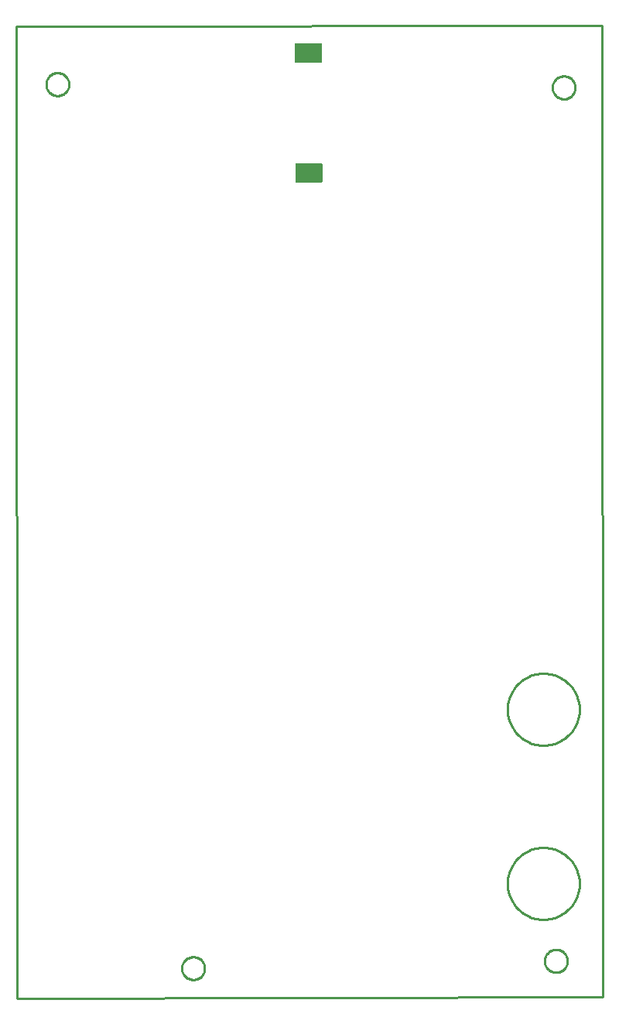
<source format=gbr>
G04 EAGLE Gerber X2 export*
%TF.Part,Single*%
%TF.FileFunction,Profile,NP*%
%TF.FilePolarity,Positive*%
%TF.GenerationSoftware,Autodesk,EAGLE,9.1.1*%
%TF.CreationDate,2018-07-18T19:57:23Z*%
G75*
%MOMM*%
%FSLAX34Y34*%
%LPD*%
%AMOC8*
5,1,8,0,0,1.08239X$1,22.5*%
G01*
%ADD10C,0.000000*%
%ADD11C,0.254000*%

G36*
X332520Y1023742D02*
X332520Y1023742D01*
X332539Y1023740D01*
X332641Y1023762D01*
X332743Y1023779D01*
X332760Y1023788D01*
X332780Y1023792D01*
X332869Y1023845D01*
X332960Y1023894D01*
X332974Y1023908D01*
X332991Y1023918D01*
X333058Y1023997D01*
X333130Y1024072D01*
X333138Y1024090D01*
X333151Y1024105D01*
X333190Y1024201D01*
X333233Y1024295D01*
X333235Y1024315D01*
X333243Y1024333D01*
X333261Y1024500D01*
X333261Y1044000D01*
X333258Y1044020D01*
X333260Y1044039D01*
X333238Y1044141D01*
X333222Y1044243D01*
X333212Y1044260D01*
X333208Y1044280D01*
X333155Y1044369D01*
X333106Y1044460D01*
X333092Y1044474D01*
X333082Y1044491D01*
X333003Y1044558D01*
X332928Y1044630D01*
X332910Y1044638D01*
X332895Y1044651D01*
X332799Y1044690D01*
X332705Y1044733D01*
X332685Y1044735D01*
X332667Y1044743D01*
X332500Y1044761D01*
X304500Y1044761D01*
X304480Y1044758D01*
X304461Y1044760D01*
X304359Y1044738D01*
X304257Y1044722D01*
X304240Y1044712D01*
X304220Y1044708D01*
X304131Y1044655D01*
X304040Y1044606D01*
X304026Y1044592D01*
X304009Y1044582D01*
X303942Y1044503D01*
X303871Y1044428D01*
X303862Y1044410D01*
X303849Y1044395D01*
X303810Y1044299D01*
X303767Y1044205D01*
X303765Y1044185D01*
X303757Y1044167D01*
X303739Y1044000D01*
X303739Y1025000D01*
X303754Y1024910D01*
X303761Y1024819D01*
X303773Y1024789D01*
X303779Y1024757D01*
X303821Y1024677D01*
X303857Y1024593D01*
X303883Y1024561D01*
X303894Y1024540D01*
X303917Y1024518D01*
X303962Y1024462D01*
X304462Y1023962D01*
X304536Y1023909D01*
X304605Y1023849D01*
X304635Y1023837D01*
X304661Y1023818D01*
X304748Y1023791D01*
X304833Y1023757D01*
X304874Y1023753D01*
X304897Y1023746D01*
X304929Y1023747D01*
X305000Y1023739D01*
X332500Y1023739D01*
X332520Y1023742D01*
G37*
G36*
X333020Y892742D02*
X333020Y892742D01*
X333039Y892740D01*
X333141Y892762D01*
X333243Y892779D01*
X333260Y892788D01*
X333280Y892792D01*
X333369Y892845D01*
X333460Y892894D01*
X333474Y892908D01*
X333491Y892918D01*
X333558Y892997D01*
X333630Y893072D01*
X333638Y893090D01*
X333651Y893105D01*
X333690Y893201D01*
X333733Y893295D01*
X333735Y893315D01*
X333743Y893333D01*
X333761Y893500D01*
X333761Y912500D01*
X333747Y912590D01*
X333739Y912681D01*
X333727Y912711D01*
X333722Y912743D01*
X333679Y912823D01*
X333643Y912907D01*
X333617Y912939D01*
X333606Y912960D01*
X333583Y912982D01*
X333538Y913038D01*
X333038Y913538D01*
X332964Y913591D01*
X332895Y913651D01*
X332865Y913663D01*
X332839Y913682D01*
X332752Y913709D01*
X332667Y913743D01*
X332626Y913747D01*
X332603Y913754D01*
X332571Y913753D01*
X332500Y913761D01*
X305000Y913761D01*
X304980Y913758D01*
X304961Y913760D01*
X304859Y913738D01*
X304757Y913722D01*
X304740Y913712D01*
X304720Y913708D01*
X304631Y913655D01*
X304540Y913606D01*
X304526Y913592D01*
X304509Y913582D01*
X304442Y913503D01*
X304371Y913428D01*
X304362Y913410D01*
X304349Y913395D01*
X304310Y913299D01*
X304267Y913205D01*
X304265Y913185D01*
X304257Y913167D01*
X304239Y913000D01*
X304239Y893500D01*
X304242Y893480D01*
X304240Y893461D01*
X304262Y893359D01*
X304279Y893257D01*
X304288Y893240D01*
X304292Y893220D01*
X304345Y893131D01*
X304394Y893040D01*
X304408Y893026D01*
X304418Y893009D01*
X304497Y892942D01*
X304572Y892871D01*
X304590Y892862D01*
X304605Y892849D01*
X304701Y892810D01*
X304795Y892767D01*
X304815Y892765D01*
X304833Y892757D01*
X305000Y892739D01*
X333000Y892739D01*
X333020Y892742D01*
G37*
D10*
X0Y0D02*
X641000Y1500D01*
X639500Y1064500D01*
X-1500Y1063000D01*
X0Y0D01*
X31500Y1000000D02*
X31504Y1000307D01*
X31515Y1000613D01*
X31534Y1000920D01*
X31560Y1001225D01*
X31594Y1001530D01*
X31635Y1001834D01*
X31684Y1002137D01*
X31740Y1002439D01*
X31804Y1002739D01*
X31875Y1003037D01*
X31953Y1003334D01*
X32038Y1003629D01*
X32131Y1003921D01*
X32231Y1004211D01*
X32338Y1004499D01*
X32452Y1004784D01*
X32572Y1005066D01*
X32700Y1005344D01*
X32835Y1005620D01*
X32976Y1005892D01*
X33124Y1006161D01*
X33278Y1006426D01*
X33439Y1006687D01*
X33607Y1006945D01*
X33780Y1007198D01*
X33960Y1007446D01*
X34146Y1007690D01*
X34337Y1007930D01*
X34535Y1008165D01*
X34738Y1008394D01*
X34947Y1008619D01*
X35161Y1008839D01*
X35381Y1009053D01*
X35606Y1009262D01*
X35835Y1009465D01*
X36070Y1009663D01*
X36310Y1009854D01*
X36554Y1010040D01*
X36802Y1010220D01*
X37055Y1010393D01*
X37313Y1010561D01*
X37574Y1010722D01*
X37839Y1010876D01*
X38108Y1011024D01*
X38380Y1011165D01*
X38656Y1011300D01*
X38934Y1011428D01*
X39216Y1011548D01*
X39501Y1011662D01*
X39789Y1011769D01*
X40079Y1011869D01*
X40371Y1011962D01*
X40666Y1012047D01*
X40963Y1012125D01*
X41261Y1012196D01*
X41561Y1012260D01*
X41863Y1012316D01*
X42166Y1012365D01*
X42470Y1012406D01*
X42775Y1012440D01*
X43080Y1012466D01*
X43387Y1012485D01*
X43693Y1012496D01*
X44000Y1012500D01*
X44307Y1012496D01*
X44613Y1012485D01*
X44920Y1012466D01*
X45225Y1012440D01*
X45530Y1012406D01*
X45834Y1012365D01*
X46137Y1012316D01*
X46439Y1012260D01*
X46739Y1012196D01*
X47037Y1012125D01*
X47334Y1012047D01*
X47629Y1011962D01*
X47921Y1011869D01*
X48211Y1011769D01*
X48499Y1011662D01*
X48784Y1011548D01*
X49066Y1011428D01*
X49344Y1011300D01*
X49620Y1011165D01*
X49892Y1011024D01*
X50161Y1010876D01*
X50426Y1010722D01*
X50687Y1010561D01*
X50945Y1010393D01*
X51198Y1010220D01*
X51446Y1010040D01*
X51690Y1009854D01*
X51930Y1009663D01*
X52165Y1009465D01*
X52394Y1009262D01*
X52619Y1009053D01*
X52839Y1008839D01*
X53053Y1008619D01*
X53262Y1008394D01*
X53465Y1008165D01*
X53663Y1007930D01*
X53854Y1007690D01*
X54040Y1007446D01*
X54220Y1007198D01*
X54393Y1006945D01*
X54561Y1006687D01*
X54722Y1006426D01*
X54876Y1006161D01*
X55024Y1005892D01*
X55165Y1005620D01*
X55300Y1005344D01*
X55428Y1005066D01*
X55548Y1004784D01*
X55662Y1004499D01*
X55769Y1004211D01*
X55869Y1003921D01*
X55962Y1003629D01*
X56047Y1003334D01*
X56125Y1003037D01*
X56196Y1002739D01*
X56260Y1002439D01*
X56316Y1002137D01*
X56365Y1001834D01*
X56406Y1001530D01*
X56440Y1001225D01*
X56466Y1000920D01*
X56485Y1000613D01*
X56496Y1000307D01*
X56500Y1000000D01*
X56496Y999693D01*
X56485Y999387D01*
X56466Y999080D01*
X56440Y998775D01*
X56406Y998470D01*
X56365Y998166D01*
X56316Y997863D01*
X56260Y997561D01*
X56196Y997261D01*
X56125Y996963D01*
X56047Y996666D01*
X55962Y996371D01*
X55869Y996079D01*
X55769Y995789D01*
X55662Y995501D01*
X55548Y995216D01*
X55428Y994934D01*
X55300Y994656D01*
X55165Y994380D01*
X55024Y994108D01*
X54876Y993839D01*
X54722Y993574D01*
X54561Y993313D01*
X54393Y993055D01*
X54220Y992802D01*
X54040Y992554D01*
X53854Y992310D01*
X53663Y992070D01*
X53465Y991835D01*
X53262Y991606D01*
X53053Y991381D01*
X52839Y991161D01*
X52619Y990947D01*
X52394Y990738D01*
X52165Y990535D01*
X51930Y990337D01*
X51690Y990146D01*
X51446Y989960D01*
X51198Y989780D01*
X50945Y989607D01*
X50687Y989439D01*
X50426Y989278D01*
X50161Y989124D01*
X49892Y988976D01*
X49620Y988835D01*
X49344Y988700D01*
X49066Y988572D01*
X48784Y988452D01*
X48499Y988338D01*
X48211Y988231D01*
X47921Y988131D01*
X47629Y988038D01*
X47334Y987953D01*
X47037Y987875D01*
X46739Y987804D01*
X46439Y987740D01*
X46137Y987684D01*
X45834Y987635D01*
X45530Y987594D01*
X45225Y987560D01*
X44920Y987534D01*
X44613Y987515D01*
X44307Y987504D01*
X44000Y987500D01*
X43693Y987504D01*
X43387Y987515D01*
X43080Y987534D01*
X42775Y987560D01*
X42470Y987594D01*
X42166Y987635D01*
X41863Y987684D01*
X41561Y987740D01*
X41261Y987804D01*
X40963Y987875D01*
X40666Y987953D01*
X40371Y988038D01*
X40079Y988131D01*
X39789Y988231D01*
X39501Y988338D01*
X39216Y988452D01*
X38934Y988572D01*
X38656Y988700D01*
X38380Y988835D01*
X38108Y988976D01*
X37839Y989124D01*
X37574Y989278D01*
X37313Y989439D01*
X37055Y989607D01*
X36802Y989780D01*
X36554Y989960D01*
X36310Y990146D01*
X36070Y990337D01*
X35835Y990535D01*
X35606Y990738D01*
X35381Y990947D01*
X35161Y991161D01*
X34947Y991381D01*
X34738Y991606D01*
X34535Y991835D01*
X34337Y992070D01*
X34146Y992310D01*
X33960Y992554D01*
X33780Y992802D01*
X33607Y993055D01*
X33439Y993313D01*
X33278Y993574D01*
X33124Y993839D01*
X32976Y994108D01*
X32835Y994380D01*
X32700Y994656D01*
X32572Y994934D01*
X32452Y995216D01*
X32338Y995501D01*
X32231Y995789D01*
X32131Y996079D01*
X32038Y996371D01*
X31953Y996666D01*
X31875Y996963D01*
X31804Y997261D01*
X31740Y997561D01*
X31684Y997863D01*
X31635Y998166D01*
X31594Y998470D01*
X31560Y998775D01*
X31534Y999080D01*
X31515Y999387D01*
X31504Y999693D01*
X31500Y1000000D01*
X585500Y996500D02*
X585504Y996807D01*
X585515Y997113D01*
X585534Y997420D01*
X585560Y997725D01*
X585594Y998030D01*
X585635Y998334D01*
X585684Y998637D01*
X585740Y998939D01*
X585804Y999239D01*
X585875Y999537D01*
X585953Y999834D01*
X586038Y1000129D01*
X586131Y1000421D01*
X586231Y1000711D01*
X586338Y1000999D01*
X586452Y1001284D01*
X586572Y1001566D01*
X586700Y1001844D01*
X586835Y1002120D01*
X586976Y1002392D01*
X587124Y1002661D01*
X587278Y1002926D01*
X587439Y1003187D01*
X587607Y1003445D01*
X587780Y1003698D01*
X587960Y1003946D01*
X588146Y1004190D01*
X588337Y1004430D01*
X588535Y1004665D01*
X588738Y1004894D01*
X588947Y1005119D01*
X589161Y1005339D01*
X589381Y1005553D01*
X589606Y1005762D01*
X589835Y1005965D01*
X590070Y1006163D01*
X590310Y1006354D01*
X590554Y1006540D01*
X590802Y1006720D01*
X591055Y1006893D01*
X591313Y1007061D01*
X591574Y1007222D01*
X591839Y1007376D01*
X592108Y1007524D01*
X592380Y1007665D01*
X592656Y1007800D01*
X592934Y1007928D01*
X593216Y1008048D01*
X593501Y1008162D01*
X593789Y1008269D01*
X594079Y1008369D01*
X594371Y1008462D01*
X594666Y1008547D01*
X594963Y1008625D01*
X595261Y1008696D01*
X595561Y1008760D01*
X595863Y1008816D01*
X596166Y1008865D01*
X596470Y1008906D01*
X596775Y1008940D01*
X597080Y1008966D01*
X597387Y1008985D01*
X597693Y1008996D01*
X598000Y1009000D01*
X598307Y1008996D01*
X598613Y1008985D01*
X598920Y1008966D01*
X599225Y1008940D01*
X599530Y1008906D01*
X599834Y1008865D01*
X600137Y1008816D01*
X600439Y1008760D01*
X600739Y1008696D01*
X601037Y1008625D01*
X601334Y1008547D01*
X601629Y1008462D01*
X601921Y1008369D01*
X602211Y1008269D01*
X602499Y1008162D01*
X602784Y1008048D01*
X603066Y1007928D01*
X603344Y1007800D01*
X603620Y1007665D01*
X603892Y1007524D01*
X604161Y1007376D01*
X604426Y1007222D01*
X604687Y1007061D01*
X604945Y1006893D01*
X605198Y1006720D01*
X605446Y1006540D01*
X605690Y1006354D01*
X605930Y1006163D01*
X606165Y1005965D01*
X606394Y1005762D01*
X606619Y1005553D01*
X606839Y1005339D01*
X607053Y1005119D01*
X607262Y1004894D01*
X607465Y1004665D01*
X607663Y1004430D01*
X607854Y1004190D01*
X608040Y1003946D01*
X608220Y1003698D01*
X608393Y1003445D01*
X608561Y1003187D01*
X608722Y1002926D01*
X608876Y1002661D01*
X609024Y1002392D01*
X609165Y1002120D01*
X609300Y1001844D01*
X609428Y1001566D01*
X609548Y1001284D01*
X609662Y1000999D01*
X609769Y1000711D01*
X609869Y1000421D01*
X609962Y1000129D01*
X610047Y999834D01*
X610125Y999537D01*
X610196Y999239D01*
X610260Y998939D01*
X610316Y998637D01*
X610365Y998334D01*
X610406Y998030D01*
X610440Y997725D01*
X610466Y997420D01*
X610485Y997113D01*
X610496Y996807D01*
X610500Y996500D01*
X610496Y996193D01*
X610485Y995887D01*
X610466Y995580D01*
X610440Y995275D01*
X610406Y994970D01*
X610365Y994666D01*
X610316Y994363D01*
X610260Y994061D01*
X610196Y993761D01*
X610125Y993463D01*
X610047Y993166D01*
X609962Y992871D01*
X609869Y992579D01*
X609769Y992289D01*
X609662Y992001D01*
X609548Y991716D01*
X609428Y991434D01*
X609300Y991156D01*
X609165Y990880D01*
X609024Y990608D01*
X608876Y990339D01*
X608722Y990074D01*
X608561Y989813D01*
X608393Y989555D01*
X608220Y989302D01*
X608040Y989054D01*
X607854Y988810D01*
X607663Y988570D01*
X607465Y988335D01*
X607262Y988106D01*
X607053Y987881D01*
X606839Y987661D01*
X606619Y987447D01*
X606394Y987238D01*
X606165Y987035D01*
X605930Y986837D01*
X605690Y986646D01*
X605446Y986460D01*
X605198Y986280D01*
X604945Y986107D01*
X604687Y985939D01*
X604426Y985778D01*
X604161Y985624D01*
X603892Y985476D01*
X603620Y985335D01*
X603344Y985200D01*
X603066Y985072D01*
X602784Y984952D01*
X602499Y984838D01*
X602211Y984731D01*
X601921Y984631D01*
X601629Y984538D01*
X601334Y984453D01*
X601037Y984375D01*
X600739Y984304D01*
X600439Y984240D01*
X600137Y984184D01*
X599834Y984135D01*
X599530Y984094D01*
X599225Y984060D01*
X598920Y984034D01*
X598613Y984015D01*
X598307Y984004D01*
X598000Y984000D01*
X597693Y984004D01*
X597387Y984015D01*
X597080Y984034D01*
X596775Y984060D01*
X596470Y984094D01*
X596166Y984135D01*
X595863Y984184D01*
X595561Y984240D01*
X595261Y984304D01*
X594963Y984375D01*
X594666Y984453D01*
X594371Y984538D01*
X594079Y984631D01*
X593789Y984731D01*
X593501Y984838D01*
X593216Y984952D01*
X592934Y985072D01*
X592656Y985200D01*
X592380Y985335D01*
X592108Y985476D01*
X591839Y985624D01*
X591574Y985778D01*
X591313Y985939D01*
X591055Y986107D01*
X590802Y986280D01*
X590554Y986460D01*
X590310Y986646D01*
X590070Y986837D01*
X589835Y987035D01*
X589606Y987238D01*
X589381Y987447D01*
X589161Y987661D01*
X588947Y987881D01*
X588738Y988106D01*
X588535Y988335D01*
X588337Y988570D01*
X588146Y988810D01*
X587960Y989054D01*
X587780Y989302D01*
X587607Y989555D01*
X587439Y989813D01*
X587278Y990074D01*
X587124Y990339D01*
X586976Y990608D01*
X586835Y990880D01*
X586700Y991156D01*
X586572Y991434D01*
X586452Y991716D01*
X586338Y992001D01*
X586231Y992289D01*
X586131Y992579D01*
X586038Y992871D01*
X585953Y993166D01*
X585875Y993463D01*
X585804Y993761D01*
X585740Y994061D01*
X585684Y994363D01*
X585635Y994666D01*
X585594Y994970D01*
X585560Y995275D01*
X585534Y995580D01*
X585515Y995887D01*
X585504Y996193D01*
X585500Y996500D01*
X577000Y41000D02*
X577004Y41307D01*
X577015Y41613D01*
X577034Y41920D01*
X577060Y42225D01*
X577094Y42530D01*
X577135Y42834D01*
X577184Y43137D01*
X577240Y43439D01*
X577304Y43739D01*
X577375Y44037D01*
X577453Y44334D01*
X577538Y44629D01*
X577631Y44921D01*
X577731Y45211D01*
X577838Y45499D01*
X577952Y45784D01*
X578072Y46066D01*
X578200Y46344D01*
X578335Y46620D01*
X578476Y46892D01*
X578624Y47161D01*
X578778Y47426D01*
X578939Y47687D01*
X579107Y47945D01*
X579280Y48198D01*
X579460Y48446D01*
X579646Y48690D01*
X579837Y48930D01*
X580035Y49165D01*
X580238Y49394D01*
X580447Y49619D01*
X580661Y49839D01*
X580881Y50053D01*
X581106Y50262D01*
X581335Y50465D01*
X581570Y50663D01*
X581810Y50854D01*
X582054Y51040D01*
X582302Y51220D01*
X582555Y51393D01*
X582813Y51561D01*
X583074Y51722D01*
X583339Y51876D01*
X583608Y52024D01*
X583880Y52165D01*
X584156Y52300D01*
X584434Y52428D01*
X584716Y52548D01*
X585001Y52662D01*
X585289Y52769D01*
X585579Y52869D01*
X585871Y52962D01*
X586166Y53047D01*
X586463Y53125D01*
X586761Y53196D01*
X587061Y53260D01*
X587363Y53316D01*
X587666Y53365D01*
X587970Y53406D01*
X588275Y53440D01*
X588580Y53466D01*
X588887Y53485D01*
X589193Y53496D01*
X589500Y53500D01*
X589807Y53496D01*
X590113Y53485D01*
X590420Y53466D01*
X590725Y53440D01*
X591030Y53406D01*
X591334Y53365D01*
X591637Y53316D01*
X591939Y53260D01*
X592239Y53196D01*
X592537Y53125D01*
X592834Y53047D01*
X593129Y52962D01*
X593421Y52869D01*
X593711Y52769D01*
X593999Y52662D01*
X594284Y52548D01*
X594566Y52428D01*
X594844Y52300D01*
X595120Y52165D01*
X595392Y52024D01*
X595661Y51876D01*
X595926Y51722D01*
X596187Y51561D01*
X596445Y51393D01*
X596698Y51220D01*
X596946Y51040D01*
X597190Y50854D01*
X597430Y50663D01*
X597665Y50465D01*
X597894Y50262D01*
X598119Y50053D01*
X598339Y49839D01*
X598553Y49619D01*
X598762Y49394D01*
X598965Y49165D01*
X599163Y48930D01*
X599354Y48690D01*
X599540Y48446D01*
X599720Y48198D01*
X599893Y47945D01*
X600061Y47687D01*
X600222Y47426D01*
X600376Y47161D01*
X600524Y46892D01*
X600665Y46620D01*
X600800Y46344D01*
X600928Y46066D01*
X601048Y45784D01*
X601162Y45499D01*
X601269Y45211D01*
X601369Y44921D01*
X601462Y44629D01*
X601547Y44334D01*
X601625Y44037D01*
X601696Y43739D01*
X601760Y43439D01*
X601816Y43137D01*
X601865Y42834D01*
X601906Y42530D01*
X601940Y42225D01*
X601966Y41920D01*
X601985Y41613D01*
X601996Y41307D01*
X602000Y41000D01*
X601996Y40693D01*
X601985Y40387D01*
X601966Y40080D01*
X601940Y39775D01*
X601906Y39470D01*
X601865Y39166D01*
X601816Y38863D01*
X601760Y38561D01*
X601696Y38261D01*
X601625Y37963D01*
X601547Y37666D01*
X601462Y37371D01*
X601369Y37079D01*
X601269Y36789D01*
X601162Y36501D01*
X601048Y36216D01*
X600928Y35934D01*
X600800Y35656D01*
X600665Y35380D01*
X600524Y35108D01*
X600376Y34839D01*
X600222Y34574D01*
X600061Y34313D01*
X599893Y34055D01*
X599720Y33802D01*
X599540Y33554D01*
X599354Y33310D01*
X599163Y33070D01*
X598965Y32835D01*
X598762Y32606D01*
X598553Y32381D01*
X598339Y32161D01*
X598119Y31947D01*
X597894Y31738D01*
X597665Y31535D01*
X597430Y31337D01*
X597190Y31146D01*
X596946Y30960D01*
X596698Y30780D01*
X596445Y30607D01*
X596187Y30439D01*
X595926Y30278D01*
X595661Y30124D01*
X595392Y29976D01*
X595120Y29835D01*
X594844Y29700D01*
X594566Y29572D01*
X594284Y29452D01*
X593999Y29338D01*
X593711Y29231D01*
X593421Y29131D01*
X593129Y29038D01*
X592834Y28953D01*
X592537Y28875D01*
X592239Y28804D01*
X591939Y28740D01*
X591637Y28684D01*
X591334Y28635D01*
X591030Y28594D01*
X590725Y28560D01*
X590420Y28534D01*
X590113Y28515D01*
X589807Y28504D01*
X589500Y28500D01*
X589193Y28504D01*
X588887Y28515D01*
X588580Y28534D01*
X588275Y28560D01*
X587970Y28594D01*
X587666Y28635D01*
X587363Y28684D01*
X587061Y28740D01*
X586761Y28804D01*
X586463Y28875D01*
X586166Y28953D01*
X585871Y29038D01*
X585579Y29131D01*
X585289Y29231D01*
X585001Y29338D01*
X584716Y29452D01*
X584434Y29572D01*
X584156Y29700D01*
X583880Y29835D01*
X583608Y29976D01*
X583339Y30124D01*
X583074Y30278D01*
X582813Y30439D01*
X582555Y30607D01*
X582302Y30780D01*
X582054Y30960D01*
X581810Y31146D01*
X581570Y31337D01*
X581335Y31535D01*
X581106Y31738D01*
X580881Y31947D01*
X580661Y32161D01*
X580447Y32381D01*
X580238Y32606D01*
X580035Y32835D01*
X579837Y33070D01*
X579646Y33310D01*
X579460Y33554D01*
X579280Y33802D01*
X579107Y34055D01*
X578939Y34313D01*
X578778Y34574D01*
X578624Y34839D01*
X578476Y35108D01*
X578335Y35380D01*
X578200Y35656D01*
X578072Y35934D01*
X577952Y36216D01*
X577838Y36501D01*
X577731Y36789D01*
X577631Y37079D01*
X577538Y37371D01*
X577453Y37666D01*
X577375Y37963D01*
X577304Y38261D01*
X577240Y38561D01*
X577184Y38863D01*
X577135Y39166D01*
X577094Y39470D01*
X577060Y39775D01*
X577034Y40080D01*
X577015Y40387D01*
X577004Y40693D01*
X577000Y41000D01*
X180000Y33000D02*
X180004Y33307D01*
X180015Y33613D01*
X180034Y33920D01*
X180060Y34225D01*
X180094Y34530D01*
X180135Y34834D01*
X180184Y35137D01*
X180240Y35439D01*
X180304Y35739D01*
X180375Y36037D01*
X180453Y36334D01*
X180538Y36629D01*
X180631Y36921D01*
X180731Y37211D01*
X180838Y37499D01*
X180952Y37784D01*
X181072Y38066D01*
X181200Y38344D01*
X181335Y38620D01*
X181476Y38892D01*
X181624Y39161D01*
X181778Y39426D01*
X181939Y39687D01*
X182107Y39945D01*
X182280Y40198D01*
X182460Y40446D01*
X182646Y40690D01*
X182837Y40930D01*
X183035Y41165D01*
X183238Y41394D01*
X183447Y41619D01*
X183661Y41839D01*
X183881Y42053D01*
X184106Y42262D01*
X184335Y42465D01*
X184570Y42663D01*
X184810Y42854D01*
X185054Y43040D01*
X185302Y43220D01*
X185555Y43393D01*
X185813Y43561D01*
X186074Y43722D01*
X186339Y43876D01*
X186608Y44024D01*
X186880Y44165D01*
X187156Y44300D01*
X187434Y44428D01*
X187716Y44548D01*
X188001Y44662D01*
X188289Y44769D01*
X188579Y44869D01*
X188871Y44962D01*
X189166Y45047D01*
X189463Y45125D01*
X189761Y45196D01*
X190061Y45260D01*
X190363Y45316D01*
X190666Y45365D01*
X190970Y45406D01*
X191275Y45440D01*
X191580Y45466D01*
X191887Y45485D01*
X192193Y45496D01*
X192500Y45500D01*
X192807Y45496D01*
X193113Y45485D01*
X193420Y45466D01*
X193725Y45440D01*
X194030Y45406D01*
X194334Y45365D01*
X194637Y45316D01*
X194939Y45260D01*
X195239Y45196D01*
X195537Y45125D01*
X195834Y45047D01*
X196129Y44962D01*
X196421Y44869D01*
X196711Y44769D01*
X196999Y44662D01*
X197284Y44548D01*
X197566Y44428D01*
X197844Y44300D01*
X198120Y44165D01*
X198392Y44024D01*
X198661Y43876D01*
X198926Y43722D01*
X199187Y43561D01*
X199445Y43393D01*
X199698Y43220D01*
X199946Y43040D01*
X200190Y42854D01*
X200430Y42663D01*
X200665Y42465D01*
X200894Y42262D01*
X201119Y42053D01*
X201339Y41839D01*
X201553Y41619D01*
X201762Y41394D01*
X201965Y41165D01*
X202163Y40930D01*
X202354Y40690D01*
X202540Y40446D01*
X202720Y40198D01*
X202893Y39945D01*
X203061Y39687D01*
X203222Y39426D01*
X203376Y39161D01*
X203524Y38892D01*
X203665Y38620D01*
X203800Y38344D01*
X203928Y38066D01*
X204048Y37784D01*
X204162Y37499D01*
X204269Y37211D01*
X204369Y36921D01*
X204462Y36629D01*
X204547Y36334D01*
X204625Y36037D01*
X204696Y35739D01*
X204760Y35439D01*
X204816Y35137D01*
X204865Y34834D01*
X204906Y34530D01*
X204940Y34225D01*
X204966Y33920D01*
X204985Y33613D01*
X204996Y33307D01*
X205000Y33000D01*
X204996Y32693D01*
X204985Y32387D01*
X204966Y32080D01*
X204940Y31775D01*
X204906Y31470D01*
X204865Y31166D01*
X204816Y30863D01*
X204760Y30561D01*
X204696Y30261D01*
X204625Y29963D01*
X204547Y29666D01*
X204462Y29371D01*
X204369Y29079D01*
X204269Y28789D01*
X204162Y28501D01*
X204048Y28216D01*
X203928Y27934D01*
X203800Y27656D01*
X203665Y27380D01*
X203524Y27108D01*
X203376Y26839D01*
X203222Y26574D01*
X203061Y26313D01*
X202893Y26055D01*
X202720Y25802D01*
X202540Y25554D01*
X202354Y25310D01*
X202163Y25070D01*
X201965Y24835D01*
X201762Y24606D01*
X201553Y24381D01*
X201339Y24161D01*
X201119Y23947D01*
X200894Y23738D01*
X200665Y23535D01*
X200430Y23337D01*
X200190Y23146D01*
X199946Y22960D01*
X199698Y22780D01*
X199445Y22607D01*
X199187Y22439D01*
X198926Y22278D01*
X198661Y22124D01*
X198392Y21976D01*
X198120Y21835D01*
X197844Y21700D01*
X197566Y21572D01*
X197284Y21452D01*
X196999Y21338D01*
X196711Y21231D01*
X196421Y21131D01*
X196129Y21038D01*
X195834Y20953D01*
X195537Y20875D01*
X195239Y20804D01*
X194939Y20740D01*
X194637Y20684D01*
X194334Y20635D01*
X194030Y20594D01*
X193725Y20560D01*
X193420Y20534D01*
X193113Y20515D01*
X192807Y20504D01*
X192500Y20500D01*
X192193Y20504D01*
X191887Y20515D01*
X191580Y20534D01*
X191275Y20560D01*
X190970Y20594D01*
X190666Y20635D01*
X190363Y20684D01*
X190061Y20740D01*
X189761Y20804D01*
X189463Y20875D01*
X189166Y20953D01*
X188871Y21038D01*
X188579Y21131D01*
X188289Y21231D01*
X188001Y21338D01*
X187716Y21452D01*
X187434Y21572D01*
X187156Y21700D01*
X186880Y21835D01*
X186608Y21976D01*
X186339Y22124D01*
X186074Y22278D01*
X185813Y22439D01*
X185555Y22607D01*
X185302Y22780D01*
X185054Y22960D01*
X184810Y23146D01*
X184570Y23337D01*
X184335Y23535D01*
X184106Y23738D01*
X183881Y23947D01*
X183661Y24161D01*
X183447Y24381D01*
X183238Y24606D01*
X183035Y24835D01*
X182837Y25070D01*
X182646Y25310D01*
X182460Y25554D01*
X182280Y25802D01*
X182107Y26055D01*
X181939Y26313D01*
X181778Y26574D01*
X181624Y26839D01*
X181476Y27108D01*
X181335Y27380D01*
X181200Y27656D01*
X181072Y27934D01*
X180952Y28216D01*
X180838Y28501D01*
X180731Y28789D01*
X180631Y29079D01*
X180538Y29371D01*
X180453Y29666D01*
X180375Y29963D01*
X180304Y30261D01*
X180240Y30561D01*
X180184Y30863D01*
X180135Y31166D01*
X180094Y31470D01*
X180060Y31775D01*
X180034Y32080D01*
X180015Y32387D01*
X180004Y32693D01*
X180000Y33000D01*
X536330Y316200D02*
X536342Y317166D01*
X536377Y318132D01*
X536437Y319096D01*
X536520Y320059D01*
X536626Y321019D01*
X536756Y321977D01*
X536910Y322931D01*
X537086Y323881D01*
X537287Y324826D01*
X537510Y325766D01*
X537756Y326700D01*
X538025Y327629D01*
X538317Y328550D01*
X538631Y329463D01*
X538968Y330369D01*
X539327Y331266D01*
X539708Y332154D01*
X540110Y333033D01*
X540534Y333901D01*
X540979Y334759D01*
X541445Y335605D01*
X541931Y336440D01*
X542438Y337263D01*
X542965Y338073D01*
X543512Y338870D01*
X544078Y339653D01*
X544663Y340422D01*
X545267Y341176D01*
X545889Y341915D01*
X546529Y342639D01*
X547186Y343347D01*
X547861Y344039D01*
X548553Y344714D01*
X549261Y345371D01*
X549985Y346011D01*
X550724Y346633D01*
X551478Y347237D01*
X552247Y347822D01*
X553030Y348388D01*
X553827Y348935D01*
X554637Y349462D01*
X555460Y349969D01*
X556295Y350455D01*
X557141Y350921D01*
X557999Y351366D01*
X558867Y351790D01*
X559746Y352192D01*
X560634Y352573D01*
X561531Y352932D01*
X562437Y353269D01*
X563350Y353583D01*
X564271Y353875D01*
X565200Y354144D01*
X566134Y354390D01*
X567074Y354613D01*
X568019Y354814D01*
X568969Y354990D01*
X569923Y355144D01*
X570881Y355274D01*
X571841Y355380D01*
X572804Y355463D01*
X573768Y355523D01*
X574734Y355558D01*
X575700Y355570D01*
X576666Y355558D01*
X577632Y355523D01*
X578596Y355463D01*
X579559Y355380D01*
X580519Y355274D01*
X581477Y355144D01*
X582431Y354990D01*
X583381Y354814D01*
X584326Y354613D01*
X585266Y354390D01*
X586200Y354144D01*
X587129Y353875D01*
X588050Y353583D01*
X588963Y353269D01*
X589869Y352932D01*
X590766Y352573D01*
X591654Y352192D01*
X592533Y351790D01*
X593401Y351366D01*
X594259Y350921D01*
X595105Y350455D01*
X595940Y349969D01*
X596763Y349462D01*
X597573Y348935D01*
X598370Y348388D01*
X599153Y347822D01*
X599922Y347237D01*
X600676Y346633D01*
X601415Y346011D01*
X602139Y345371D01*
X602847Y344714D01*
X603539Y344039D01*
X604214Y343347D01*
X604871Y342639D01*
X605511Y341915D01*
X606133Y341176D01*
X606737Y340422D01*
X607322Y339653D01*
X607888Y338870D01*
X608435Y338073D01*
X608962Y337263D01*
X609469Y336440D01*
X609955Y335605D01*
X610421Y334759D01*
X610866Y333901D01*
X611290Y333033D01*
X611692Y332154D01*
X612073Y331266D01*
X612432Y330369D01*
X612769Y329463D01*
X613083Y328550D01*
X613375Y327629D01*
X613644Y326700D01*
X613890Y325766D01*
X614113Y324826D01*
X614314Y323881D01*
X614490Y322931D01*
X614644Y321977D01*
X614774Y321019D01*
X614880Y320059D01*
X614963Y319096D01*
X615023Y318132D01*
X615058Y317166D01*
X615070Y316200D01*
X615058Y315234D01*
X615023Y314268D01*
X614963Y313304D01*
X614880Y312341D01*
X614774Y311381D01*
X614644Y310423D01*
X614490Y309469D01*
X614314Y308519D01*
X614113Y307574D01*
X613890Y306634D01*
X613644Y305700D01*
X613375Y304771D01*
X613083Y303850D01*
X612769Y302937D01*
X612432Y302031D01*
X612073Y301134D01*
X611692Y300246D01*
X611290Y299367D01*
X610866Y298499D01*
X610421Y297641D01*
X609955Y296795D01*
X609469Y295960D01*
X608962Y295137D01*
X608435Y294327D01*
X607888Y293530D01*
X607322Y292747D01*
X606737Y291978D01*
X606133Y291224D01*
X605511Y290485D01*
X604871Y289761D01*
X604214Y289053D01*
X603539Y288361D01*
X602847Y287686D01*
X602139Y287029D01*
X601415Y286389D01*
X600676Y285767D01*
X599922Y285163D01*
X599153Y284578D01*
X598370Y284012D01*
X597573Y283465D01*
X596763Y282938D01*
X595940Y282431D01*
X595105Y281945D01*
X594259Y281479D01*
X593401Y281034D01*
X592533Y280610D01*
X591654Y280208D01*
X590766Y279827D01*
X589869Y279468D01*
X588963Y279131D01*
X588050Y278817D01*
X587129Y278525D01*
X586200Y278256D01*
X585266Y278010D01*
X584326Y277787D01*
X583381Y277586D01*
X582431Y277410D01*
X581477Y277256D01*
X580519Y277126D01*
X579559Y277020D01*
X578596Y276937D01*
X577632Y276877D01*
X576666Y276842D01*
X575700Y276830D01*
X574734Y276842D01*
X573768Y276877D01*
X572804Y276937D01*
X571841Y277020D01*
X570881Y277126D01*
X569923Y277256D01*
X568969Y277410D01*
X568019Y277586D01*
X567074Y277787D01*
X566134Y278010D01*
X565200Y278256D01*
X564271Y278525D01*
X563350Y278817D01*
X562437Y279131D01*
X561531Y279468D01*
X560634Y279827D01*
X559746Y280208D01*
X558867Y280610D01*
X557999Y281034D01*
X557141Y281479D01*
X556295Y281945D01*
X555460Y282431D01*
X554637Y282938D01*
X553827Y283465D01*
X553030Y284012D01*
X552247Y284578D01*
X551478Y285163D01*
X550724Y285767D01*
X549985Y286389D01*
X549261Y287029D01*
X548553Y287686D01*
X547861Y288361D01*
X547186Y289053D01*
X546529Y289761D01*
X545889Y290485D01*
X545267Y291224D01*
X544663Y291978D01*
X544078Y292747D01*
X543512Y293530D01*
X542965Y294327D01*
X542438Y295137D01*
X541931Y295960D01*
X541445Y296795D01*
X540979Y297641D01*
X540534Y298499D01*
X540110Y299367D01*
X539708Y300246D01*
X539327Y301134D01*
X538968Y302031D01*
X538631Y302937D01*
X538317Y303850D01*
X538025Y304771D01*
X537756Y305700D01*
X537510Y306634D01*
X537287Y307574D01*
X537086Y308519D01*
X536910Y309469D01*
X536756Y310423D01*
X536626Y311381D01*
X536520Y312341D01*
X536437Y313304D01*
X536377Y314268D01*
X536342Y315234D01*
X536330Y316200D01*
X536330Y125700D02*
X536342Y126666D01*
X536377Y127632D01*
X536437Y128596D01*
X536520Y129559D01*
X536626Y130519D01*
X536756Y131477D01*
X536910Y132431D01*
X537086Y133381D01*
X537287Y134326D01*
X537510Y135266D01*
X537756Y136200D01*
X538025Y137129D01*
X538317Y138050D01*
X538631Y138963D01*
X538968Y139869D01*
X539327Y140766D01*
X539708Y141654D01*
X540110Y142533D01*
X540534Y143401D01*
X540979Y144259D01*
X541445Y145105D01*
X541931Y145940D01*
X542438Y146763D01*
X542965Y147573D01*
X543512Y148370D01*
X544078Y149153D01*
X544663Y149922D01*
X545267Y150676D01*
X545889Y151415D01*
X546529Y152139D01*
X547186Y152847D01*
X547861Y153539D01*
X548553Y154214D01*
X549261Y154871D01*
X549985Y155511D01*
X550724Y156133D01*
X551478Y156737D01*
X552247Y157322D01*
X553030Y157888D01*
X553827Y158435D01*
X554637Y158962D01*
X555460Y159469D01*
X556295Y159955D01*
X557141Y160421D01*
X557999Y160866D01*
X558867Y161290D01*
X559746Y161692D01*
X560634Y162073D01*
X561531Y162432D01*
X562437Y162769D01*
X563350Y163083D01*
X564271Y163375D01*
X565200Y163644D01*
X566134Y163890D01*
X567074Y164113D01*
X568019Y164314D01*
X568969Y164490D01*
X569923Y164644D01*
X570881Y164774D01*
X571841Y164880D01*
X572804Y164963D01*
X573768Y165023D01*
X574734Y165058D01*
X575700Y165070D01*
X576666Y165058D01*
X577632Y165023D01*
X578596Y164963D01*
X579559Y164880D01*
X580519Y164774D01*
X581477Y164644D01*
X582431Y164490D01*
X583381Y164314D01*
X584326Y164113D01*
X585266Y163890D01*
X586200Y163644D01*
X587129Y163375D01*
X588050Y163083D01*
X588963Y162769D01*
X589869Y162432D01*
X590766Y162073D01*
X591654Y161692D01*
X592533Y161290D01*
X593401Y160866D01*
X594259Y160421D01*
X595105Y159955D01*
X595940Y159469D01*
X596763Y158962D01*
X597573Y158435D01*
X598370Y157888D01*
X599153Y157322D01*
X599922Y156737D01*
X600676Y156133D01*
X601415Y155511D01*
X602139Y154871D01*
X602847Y154214D01*
X603539Y153539D01*
X604214Y152847D01*
X604871Y152139D01*
X605511Y151415D01*
X606133Y150676D01*
X606737Y149922D01*
X607322Y149153D01*
X607888Y148370D01*
X608435Y147573D01*
X608962Y146763D01*
X609469Y145940D01*
X609955Y145105D01*
X610421Y144259D01*
X610866Y143401D01*
X611290Y142533D01*
X611692Y141654D01*
X612073Y140766D01*
X612432Y139869D01*
X612769Y138963D01*
X613083Y138050D01*
X613375Y137129D01*
X613644Y136200D01*
X613890Y135266D01*
X614113Y134326D01*
X614314Y133381D01*
X614490Y132431D01*
X614644Y131477D01*
X614774Y130519D01*
X614880Y129559D01*
X614963Y128596D01*
X615023Y127632D01*
X615058Y126666D01*
X615070Y125700D01*
X615058Y124734D01*
X615023Y123768D01*
X614963Y122804D01*
X614880Y121841D01*
X614774Y120881D01*
X614644Y119923D01*
X614490Y118969D01*
X614314Y118019D01*
X614113Y117074D01*
X613890Y116134D01*
X613644Y115200D01*
X613375Y114271D01*
X613083Y113350D01*
X612769Y112437D01*
X612432Y111531D01*
X612073Y110634D01*
X611692Y109746D01*
X611290Y108867D01*
X610866Y107999D01*
X610421Y107141D01*
X609955Y106295D01*
X609469Y105460D01*
X608962Y104637D01*
X608435Y103827D01*
X607888Y103030D01*
X607322Y102247D01*
X606737Y101478D01*
X606133Y100724D01*
X605511Y99985D01*
X604871Y99261D01*
X604214Y98553D01*
X603539Y97861D01*
X602847Y97186D01*
X602139Y96529D01*
X601415Y95889D01*
X600676Y95267D01*
X599922Y94663D01*
X599153Y94078D01*
X598370Y93512D01*
X597573Y92965D01*
X596763Y92438D01*
X595940Y91931D01*
X595105Y91445D01*
X594259Y90979D01*
X593401Y90534D01*
X592533Y90110D01*
X591654Y89708D01*
X590766Y89327D01*
X589869Y88968D01*
X588963Y88631D01*
X588050Y88317D01*
X587129Y88025D01*
X586200Y87756D01*
X585266Y87510D01*
X584326Y87287D01*
X583381Y87086D01*
X582431Y86910D01*
X581477Y86756D01*
X580519Y86626D01*
X579559Y86520D01*
X578596Y86437D01*
X577632Y86377D01*
X576666Y86342D01*
X575700Y86330D01*
X574734Y86342D01*
X573768Y86377D01*
X572804Y86437D01*
X571841Y86520D01*
X570881Y86626D01*
X569923Y86756D01*
X568969Y86910D01*
X568019Y87086D01*
X567074Y87287D01*
X566134Y87510D01*
X565200Y87756D01*
X564271Y88025D01*
X563350Y88317D01*
X562437Y88631D01*
X561531Y88968D01*
X560634Y89327D01*
X559746Y89708D01*
X558867Y90110D01*
X557999Y90534D01*
X557141Y90979D01*
X556295Y91445D01*
X555460Y91931D01*
X554637Y92438D01*
X553827Y92965D01*
X553030Y93512D01*
X552247Y94078D01*
X551478Y94663D01*
X550724Y95267D01*
X549985Y95889D01*
X549261Y96529D01*
X548553Y97186D01*
X547861Y97861D01*
X547186Y98553D01*
X546529Y99261D01*
X545889Y99985D01*
X545267Y100724D01*
X544663Y101478D01*
X544078Y102247D01*
X543512Y103030D01*
X542965Y103827D01*
X542438Y104637D01*
X541931Y105460D01*
X541445Y106295D01*
X540979Y107141D01*
X540534Y107999D01*
X540110Y108867D01*
X539708Y109746D01*
X539327Y110634D01*
X538968Y111531D01*
X538631Y112437D01*
X538317Y113350D01*
X538025Y114271D01*
X537756Y115200D01*
X537510Y116134D01*
X537287Y117074D01*
X537086Y118019D01*
X536910Y118969D01*
X536756Y119923D01*
X536626Y120881D01*
X536520Y121841D01*
X536437Y122804D01*
X536377Y123768D01*
X536342Y124734D01*
X536330Y125700D01*
D11*
X-1500Y1063000D02*
X0Y0D01*
X641000Y1500D01*
X639500Y1064500D01*
X-1500Y1063000D01*
X56500Y999509D02*
X56423Y998530D01*
X56269Y997560D01*
X56040Y996604D01*
X55736Y995670D01*
X55361Y994763D01*
X54915Y993888D01*
X54401Y993050D01*
X53824Y992255D01*
X53186Y991508D01*
X52492Y990814D01*
X51745Y990176D01*
X50950Y989599D01*
X50112Y989085D01*
X49237Y988639D01*
X48330Y988264D01*
X47396Y987960D01*
X46441Y987731D01*
X45470Y987577D01*
X44491Y987500D01*
X43509Y987500D01*
X42530Y987577D01*
X41560Y987731D01*
X40604Y987960D01*
X39670Y988264D01*
X38763Y988639D01*
X37888Y989085D01*
X37050Y989599D01*
X36255Y990176D01*
X35508Y990814D01*
X34814Y991508D01*
X34176Y992255D01*
X33599Y993050D01*
X33085Y993888D01*
X32639Y994763D01*
X32264Y995670D01*
X31960Y996604D01*
X31731Y997560D01*
X31577Y998530D01*
X31500Y999509D01*
X31500Y1000491D01*
X31577Y1001470D01*
X31731Y1002441D01*
X31960Y1003396D01*
X32264Y1004330D01*
X32639Y1005237D01*
X33085Y1006112D01*
X33599Y1006950D01*
X34176Y1007745D01*
X34814Y1008492D01*
X35508Y1009186D01*
X36255Y1009824D01*
X37050Y1010401D01*
X37888Y1010915D01*
X38763Y1011361D01*
X39670Y1011736D01*
X40604Y1012040D01*
X41560Y1012269D01*
X42530Y1012423D01*
X43509Y1012500D01*
X44491Y1012500D01*
X45470Y1012423D01*
X46441Y1012269D01*
X47396Y1012040D01*
X48330Y1011736D01*
X49237Y1011361D01*
X50112Y1010915D01*
X50950Y1010401D01*
X51745Y1009824D01*
X52492Y1009186D01*
X53186Y1008492D01*
X53824Y1007745D01*
X54401Y1006950D01*
X54915Y1006112D01*
X55361Y1005237D01*
X55736Y1004330D01*
X56040Y1003396D01*
X56269Y1002441D01*
X56423Y1001470D01*
X56500Y1000491D01*
X56500Y999509D01*
X610500Y996009D02*
X610423Y995030D01*
X610269Y994060D01*
X610040Y993104D01*
X609736Y992170D01*
X609361Y991263D01*
X608915Y990388D01*
X608401Y989550D01*
X607824Y988755D01*
X607186Y988008D01*
X606492Y987314D01*
X605745Y986676D01*
X604950Y986099D01*
X604112Y985585D01*
X603237Y985139D01*
X602330Y984764D01*
X601396Y984460D01*
X600441Y984231D01*
X599470Y984077D01*
X598491Y984000D01*
X597509Y984000D01*
X596530Y984077D01*
X595560Y984231D01*
X594604Y984460D01*
X593670Y984764D01*
X592763Y985139D01*
X591888Y985585D01*
X591050Y986099D01*
X590255Y986676D01*
X589508Y987314D01*
X588814Y988008D01*
X588176Y988755D01*
X587599Y989550D01*
X587085Y990388D01*
X586639Y991263D01*
X586264Y992170D01*
X585960Y993104D01*
X585731Y994060D01*
X585577Y995030D01*
X585500Y996009D01*
X585500Y996991D01*
X585577Y997970D01*
X585731Y998941D01*
X585960Y999896D01*
X586264Y1000830D01*
X586639Y1001737D01*
X587085Y1002612D01*
X587599Y1003450D01*
X588176Y1004245D01*
X588814Y1004992D01*
X589508Y1005686D01*
X590255Y1006324D01*
X591050Y1006901D01*
X591888Y1007415D01*
X592763Y1007861D01*
X593670Y1008236D01*
X594604Y1008540D01*
X595560Y1008769D01*
X596530Y1008923D01*
X597509Y1009000D01*
X598491Y1009000D01*
X599470Y1008923D01*
X600441Y1008769D01*
X601396Y1008540D01*
X602330Y1008236D01*
X603237Y1007861D01*
X604112Y1007415D01*
X604950Y1006901D01*
X605745Y1006324D01*
X606492Y1005686D01*
X607186Y1004992D01*
X607824Y1004245D01*
X608401Y1003450D01*
X608915Y1002612D01*
X609361Y1001737D01*
X609736Y1000830D01*
X610040Y999896D01*
X610269Y998941D01*
X610423Y997970D01*
X610500Y996991D01*
X610500Y996009D01*
X602000Y40509D02*
X601923Y39530D01*
X601769Y38560D01*
X601540Y37604D01*
X601236Y36670D01*
X600861Y35763D01*
X600415Y34888D01*
X599901Y34050D01*
X599324Y33255D01*
X598686Y32508D01*
X597992Y31814D01*
X597245Y31176D01*
X596450Y30599D01*
X595612Y30085D01*
X594737Y29639D01*
X593830Y29264D01*
X592896Y28960D01*
X591941Y28731D01*
X590970Y28577D01*
X589991Y28500D01*
X589009Y28500D01*
X588030Y28577D01*
X587060Y28731D01*
X586104Y28960D01*
X585170Y29264D01*
X584263Y29639D01*
X583388Y30085D01*
X582550Y30599D01*
X581755Y31176D01*
X581008Y31814D01*
X580314Y32508D01*
X579676Y33255D01*
X579099Y34050D01*
X578585Y34888D01*
X578139Y35763D01*
X577764Y36670D01*
X577460Y37604D01*
X577231Y38560D01*
X577077Y39530D01*
X577000Y40509D01*
X577000Y41491D01*
X577077Y42470D01*
X577231Y43441D01*
X577460Y44396D01*
X577764Y45330D01*
X578139Y46237D01*
X578585Y47112D01*
X579099Y47950D01*
X579676Y48745D01*
X580314Y49492D01*
X581008Y50186D01*
X581755Y50824D01*
X582550Y51401D01*
X583388Y51915D01*
X584263Y52361D01*
X585170Y52736D01*
X586104Y53040D01*
X587060Y53269D01*
X588030Y53423D01*
X589009Y53500D01*
X589991Y53500D01*
X590970Y53423D01*
X591941Y53269D01*
X592896Y53040D01*
X593830Y52736D01*
X594737Y52361D01*
X595612Y51915D01*
X596450Y51401D01*
X597245Y50824D01*
X597992Y50186D01*
X598686Y49492D01*
X599324Y48745D01*
X599901Y47950D01*
X600415Y47112D01*
X600861Y46237D01*
X601236Y45330D01*
X601540Y44396D01*
X601769Y43441D01*
X601923Y42470D01*
X602000Y41491D01*
X602000Y40509D01*
X205000Y32509D02*
X204923Y31530D01*
X204769Y30560D01*
X204540Y29604D01*
X204236Y28670D01*
X203861Y27763D01*
X203415Y26888D01*
X202901Y26050D01*
X202324Y25255D01*
X201686Y24508D01*
X200992Y23814D01*
X200245Y23176D01*
X199450Y22599D01*
X198612Y22085D01*
X197737Y21639D01*
X196830Y21264D01*
X195896Y20960D01*
X194941Y20731D01*
X193970Y20577D01*
X192991Y20500D01*
X192009Y20500D01*
X191030Y20577D01*
X190060Y20731D01*
X189104Y20960D01*
X188170Y21264D01*
X187263Y21639D01*
X186388Y22085D01*
X185550Y22599D01*
X184755Y23176D01*
X184008Y23814D01*
X183314Y24508D01*
X182676Y25255D01*
X182099Y26050D01*
X181585Y26888D01*
X181139Y27763D01*
X180764Y28670D01*
X180460Y29604D01*
X180231Y30560D01*
X180077Y31530D01*
X180000Y32509D01*
X180000Y33491D01*
X180077Y34470D01*
X180231Y35441D01*
X180460Y36396D01*
X180764Y37330D01*
X181139Y38237D01*
X181585Y39112D01*
X182099Y39950D01*
X182676Y40745D01*
X183314Y41492D01*
X184008Y42186D01*
X184755Y42824D01*
X185550Y43401D01*
X186388Y43915D01*
X187263Y44361D01*
X188170Y44736D01*
X189104Y45040D01*
X190060Y45269D01*
X191030Y45423D01*
X192009Y45500D01*
X192991Y45500D01*
X193970Y45423D01*
X194941Y45269D01*
X195896Y45040D01*
X196830Y44736D01*
X197737Y44361D01*
X198612Y43915D01*
X199450Y43401D01*
X200245Y42824D01*
X200992Y42186D01*
X201686Y41492D01*
X202324Y40745D01*
X202901Y39950D01*
X203415Y39112D01*
X203861Y38237D01*
X204236Y37330D01*
X204540Y36396D01*
X204769Y35441D01*
X204923Y34470D01*
X205000Y33491D01*
X205000Y32509D01*
X574841Y276830D02*
X573124Y276905D01*
X571413Y277055D01*
X569709Y277279D01*
X568017Y277577D01*
X566340Y277949D01*
X564681Y278394D01*
X563042Y278911D01*
X561427Y279498D01*
X559840Y280156D01*
X558283Y280882D01*
X556759Y281675D01*
X555271Y282534D01*
X553822Y283457D01*
X552415Y284443D01*
X551052Y285489D01*
X549735Y286593D01*
X548469Y287754D01*
X547254Y288969D01*
X546093Y290235D01*
X544989Y291552D01*
X543943Y292915D01*
X542957Y294322D01*
X542034Y295771D01*
X541175Y297259D01*
X540382Y298783D01*
X539656Y300340D01*
X538998Y301927D01*
X538411Y303542D01*
X537894Y305181D01*
X537449Y306840D01*
X537077Y308517D01*
X536779Y310209D01*
X536555Y311913D01*
X536405Y313624D01*
X536330Y315341D01*
X536330Y317059D01*
X536405Y318776D01*
X536555Y320487D01*
X536779Y322191D01*
X537077Y323883D01*
X537449Y325560D01*
X537894Y327220D01*
X538411Y328858D01*
X538998Y330473D01*
X539656Y332060D01*
X540382Y333617D01*
X541175Y335141D01*
X542034Y336629D01*
X542957Y338078D01*
X543943Y339485D01*
X544989Y340848D01*
X546093Y342165D01*
X547254Y343431D01*
X548469Y344646D01*
X549735Y345807D01*
X551052Y346911D01*
X552415Y347957D01*
X553822Y348943D01*
X555271Y349866D01*
X556759Y350725D01*
X558283Y351518D01*
X559840Y352244D01*
X561427Y352902D01*
X563042Y353490D01*
X564681Y354006D01*
X566340Y354451D01*
X568017Y354823D01*
X569709Y355121D01*
X571413Y355345D01*
X573124Y355495D01*
X574841Y355570D01*
X576559Y355570D01*
X578276Y355495D01*
X579987Y355345D01*
X581691Y355121D01*
X583383Y354823D01*
X585060Y354451D01*
X586720Y354006D01*
X588358Y353490D01*
X589973Y352902D01*
X591560Y352244D01*
X593117Y351518D01*
X594641Y350725D01*
X596129Y349866D01*
X597578Y348943D01*
X598985Y347957D01*
X600348Y346911D01*
X601665Y345807D01*
X602931Y344646D01*
X604146Y343431D01*
X605307Y342165D01*
X606411Y340848D01*
X607457Y339485D01*
X608443Y338078D01*
X609366Y336629D01*
X610225Y335141D01*
X611018Y333617D01*
X611744Y332060D01*
X612402Y330473D01*
X612990Y328858D01*
X613506Y327220D01*
X613951Y325560D01*
X614323Y323883D01*
X614621Y322191D01*
X614845Y320487D01*
X614995Y318776D01*
X615070Y317059D01*
X615070Y315341D01*
X614995Y313624D01*
X614845Y311913D01*
X614621Y310209D01*
X614323Y308517D01*
X613951Y306840D01*
X613506Y305181D01*
X612990Y303542D01*
X612402Y301927D01*
X611744Y300340D01*
X611018Y298783D01*
X610225Y297259D01*
X609366Y295771D01*
X608443Y294322D01*
X607457Y292915D01*
X606411Y291552D01*
X605307Y290235D01*
X604146Y288969D01*
X602931Y287754D01*
X601665Y286593D01*
X600348Y285489D01*
X598985Y284443D01*
X597578Y283457D01*
X596129Y282534D01*
X594641Y281675D01*
X593117Y280882D01*
X591560Y280156D01*
X589973Y279498D01*
X588358Y278911D01*
X586720Y278394D01*
X585060Y277949D01*
X583383Y277577D01*
X581691Y277279D01*
X579987Y277055D01*
X578276Y276905D01*
X576559Y276830D01*
X574841Y276830D01*
X574841Y86330D02*
X573124Y86405D01*
X571413Y86555D01*
X569709Y86779D01*
X568017Y87077D01*
X566340Y87449D01*
X564681Y87894D01*
X563042Y88411D01*
X561427Y88998D01*
X559840Y89656D01*
X558283Y90382D01*
X556759Y91175D01*
X555271Y92034D01*
X553822Y92957D01*
X552415Y93943D01*
X551052Y94989D01*
X549735Y96093D01*
X548469Y97254D01*
X547254Y98469D01*
X546093Y99735D01*
X544989Y101052D01*
X543943Y102415D01*
X542957Y103822D01*
X542034Y105271D01*
X541175Y106759D01*
X540382Y108283D01*
X539656Y109840D01*
X538998Y111427D01*
X538411Y113042D01*
X537894Y114681D01*
X537449Y116340D01*
X537077Y118017D01*
X536779Y119709D01*
X536555Y121413D01*
X536405Y123124D01*
X536330Y124841D01*
X536330Y126559D01*
X536405Y128276D01*
X536555Y129987D01*
X536779Y131691D01*
X537077Y133383D01*
X537449Y135060D01*
X537894Y136720D01*
X538411Y138358D01*
X538998Y139973D01*
X539656Y141560D01*
X540382Y143117D01*
X541175Y144641D01*
X542034Y146129D01*
X542957Y147578D01*
X543943Y148985D01*
X544989Y150348D01*
X546093Y151665D01*
X547254Y152931D01*
X548469Y154146D01*
X549735Y155307D01*
X551052Y156411D01*
X552415Y157457D01*
X553822Y158443D01*
X555271Y159366D01*
X556759Y160225D01*
X558283Y161018D01*
X559840Y161744D01*
X561427Y162402D01*
X563042Y162990D01*
X564681Y163506D01*
X566340Y163951D01*
X568017Y164323D01*
X569709Y164621D01*
X571413Y164845D01*
X573124Y164995D01*
X574841Y165070D01*
X576559Y165070D01*
X578276Y164995D01*
X579987Y164845D01*
X581691Y164621D01*
X583383Y164323D01*
X585060Y163951D01*
X586720Y163506D01*
X588358Y162990D01*
X589973Y162402D01*
X591560Y161744D01*
X593117Y161018D01*
X594641Y160225D01*
X596129Y159366D01*
X597578Y158443D01*
X598985Y157457D01*
X600348Y156411D01*
X601665Y155307D01*
X602931Y154146D01*
X604146Y152931D01*
X605307Y151665D01*
X606411Y150348D01*
X607457Y148985D01*
X608443Y147578D01*
X609366Y146129D01*
X610225Y144641D01*
X611018Y143117D01*
X611744Y141560D01*
X612402Y139973D01*
X612990Y138358D01*
X613506Y136720D01*
X613951Y135060D01*
X614323Y133383D01*
X614621Y131691D01*
X614845Y129987D01*
X614995Y128276D01*
X615070Y126559D01*
X615070Y124841D01*
X614995Y123124D01*
X614845Y121413D01*
X614621Y119709D01*
X614323Y118017D01*
X613951Y116340D01*
X613506Y114681D01*
X612990Y113042D01*
X612402Y111427D01*
X611744Y109840D01*
X611018Y108283D01*
X610225Y106759D01*
X609366Y105271D01*
X608443Y103822D01*
X607457Y102415D01*
X606411Y101052D01*
X605307Y99735D01*
X604146Y98469D01*
X602931Y97254D01*
X601665Y96093D01*
X600348Y94989D01*
X598985Y93943D01*
X597578Y92957D01*
X596129Y92034D01*
X594641Y91175D01*
X593117Y90382D01*
X591560Y89656D01*
X589973Y88998D01*
X588358Y88411D01*
X586720Y87894D01*
X585060Y87449D01*
X583383Y87077D01*
X581691Y86779D01*
X579987Y86555D01*
X578276Y86405D01*
X576559Y86330D01*
X574841Y86330D01*
M02*

</source>
